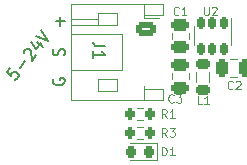
<source format=gbr>
%TF.GenerationSoftware,KiCad,Pcbnew,(6.0.0-0)*%
%TF.CreationDate,2022-11-26T20:19:59-08:00*%
%TF.ProjectId,Tap_Photosensor_PCB,5461705f-5068-46f7-946f-73656e736f72,rev?*%
%TF.SameCoordinates,Original*%
%TF.FileFunction,Legend,Top*%
%TF.FilePolarity,Positive*%
%FSLAX46Y46*%
G04 Gerber Fmt 4.6, Leading zero omitted, Abs format (unit mm)*
G04 Created by KiCad (PCBNEW (6.0.0-0)) date 2022-11-26 20:19:59*
%MOMM*%
%LPD*%
G01*
G04 APERTURE LIST*
G04 Aperture macros list*
%AMRoundRect*
0 Rectangle with rounded corners*
0 $1 Rounding radius*
0 $2 $3 $4 $5 $6 $7 $8 $9 X,Y pos of 4 corners*
0 Add a 4 corners polygon primitive as box body*
4,1,4,$2,$3,$4,$5,$6,$7,$8,$9,$2,$3,0*
0 Add four circle primitives for the rounded corners*
1,1,$1+$1,$2,$3*
1,1,$1+$1,$4,$5*
1,1,$1+$1,$6,$7*
1,1,$1+$1,$8,$9*
0 Add four rect primitives between the rounded corners*
20,1,$1+$1,$2,$3,$4,$5,0*
20,1,$1+$1,$4,$5,$6,$7,0*
20,1,$1+$1,$6,$7,$8,$9,0*
20,1,$1+$1,$8,$9,$2,$3,0*%
G04 Aperture macros list end*
%ADD10C,0.150000*%
%ADD11C,0.100000*%
%ADD12C,0.120000*%
%ADD13RoundRect,0.250000X-0.625000X0.350000X-0.625000X-0.350000X0.625000X-0.350000X0.625000X0.350000X0*%
%ADD14O,1.750000X1.200000*%
%ADD15RoundRect,0.200000X0.200000X0.275000X-0.200000X0.275000X-0.200000X-0.275000X0.200000X-0.275000X0*%
%ADD16RoundRect,0.250000X-0.250000X-0.475000X0.250000X-0.475000X0.250000X0.475000X-0.250000X0.475000X0*%
%ADD17RoundRect,0.250000X0.475000X-0.250000X0.475000X0.250000X-0.475000X0.250000X-0.475000X-0.250000X0*%
%ADD18C,3.200000*%
%ADD19RoundRect,0.175000X-0.175000X0.325000X-0.175000X-0.325000X0.175000X-0.325000X0.175000X0.325000X0*%
%ADD20RoundRect,0.250000X-0.475000X0.250000X-0.475000X-0.250000X0.475000X-0.250000X0.475000X0.250000X0*%
%ADD21RoundRect,0.218750X0.218750X0.256250X-0.218750X0.256250X-0.218750X-0.256250X0.218750X-0.256250X0*%
%ADD22RoundRect,0.218750X-0.381250X0.218750X-0.381250X-0.218750X0.381250X-0.218750X0.381250X0.218750X0*%
%ADD23R,1.310000X1.310000*%
%ADD24C,1.310000*%
G04 APERTURE END LIST*
D10*
X105075000Y-61132142D02*
X105027380Y-61227380D01*
X105027380Y-61370238D01*
X105075000Y-61513095D01*
X105170238Y-61608333D01*
X105265476Y-61655952D01*
X105455952Y-61703571D01*
X105598809Y-61703571D01*
X105789285Y-61655952D01*
X105884523Y-61608333D01*
X105979761Y-61513095D01*
X106027380Y-61370238D01*
X106027380Y-61275000D01*
X105979761Y-61132142D01*
X105932142Y-61084523D01*
X105598809Y-61084523D01*
X105598809Y-61275000D01*
X105979761Y-59179761D02*
X106027380Y-59036904D01*
X106027380Y-58798809D01*
X105979761Y-58703571D01*
X105932142Y-58655952D01*
X105836904Y-58608333D01*
X105741666Y-58608333D01*
X105646428Y-58655952D01*
X105598809Y-58703571D01*
X105551190Y-58798809D01*
X105503571Y-58989285D01*
X105455952Y-59084523D01*
X105408333Y-59132142D01*
X105313095Y-59179761D01*
X105217857Y-59179761D01*
X105122619Y-59132142D01*
X105075000Y-59084523D01*
X105027380Y-58989285D01*
X105027380Y-58751190D01*
X105075000Y-58608333D01*
X105646428Y-56655952D02*
X105646428Y-55894047D01*
X106027380Y-56275000D02*
X105265476Y-56275000D01*
X101435273Y-60241581D02*
X101133663Y-60610076D01*
X101471997Y-60948536D01*
X101465309Y-60881525D01*
X101488781Y-60777665D01*
X101639586Y-60593417D01*
X101736758Y-60549879D01*
X101803768Y-60543191D01*
X101907628Y-60566663D01*
X102091876Y-60717468D01*
X102135414Y-60814640D01*
X102142103Y-60881650D01*
X102118630Y-60985510D01*
X101967825Y-61169758D01*
X101870654Y-61213296D01*
X101803643Y-61219985D01*
X102215927Y-60265178D02*
X102698503Y-59675586D01*
X102564607Y-59012169D02*
X102557918Y-58945159D01*
X102581391Y-58841299D01*
X102732196Y-58657051D01*
X102829367Y-58613513D01*
X102896378Y-58606824D01*
X103000238Y-58630297D01*
X103073937Y-58690619D01*
X103154325Y-58817951D01*
X103234587Y-59622078D01*
X103626680Y-59143034D01*
X103653684Y-58057488D02*
X104169578Y-58479742D01*
X103208083Y-58000448D02*
X103610021Y-58637110D01*
X104002114Y-58158066D01*
X103637026Y-57551565D02*
X104621993Y-57926999D01*
X104059280Y-57035671D01*
%TO.C,J1*%
X109472619Y-58391666D02*
X108758333Y-58391666D01*
X108615476Y-58344047D01*
X108520238Y-58248809D01*
X108472619Y-58105952D01*
X108472619Y-58010714D01*
X108472619Y-59391666D02*
X108472619Y-58820238D01*
X108472619Y-59105952D02*
X109472619Y-59105952D01*
X109329761Y-59010714D01*
X109234523Y-58915476D01*
X109186904Y-58820238D01*
D11*
%TO.C,R1*%
X114683333Y-64441666D02*
X114450000Y-64108333D01*
X114283333Y-64441666D02*
X114283333Y-63741666D01*
X114550000Y-63741666D01*
X114616666Y-63775000D01*
X114650000Y-63808333D01*
X114683333Y-63875000D01*
X114683333Y-63975000D01*
X114650000Y-64041666D01*
X114616666Y-64075000D01*
X114550000Y-64108333D01*
X114283333Y-64108333D01*
X115350000Y-64441666D02*
X114950000Y-64441666D01*
X115150000Y-64441666D02*
X115150000Y-63741666D01*
X115083333Y-63841666D01*
X115016666Y-63908333D01*
X114950000Y-63941666D01*
%TO.C,C2*%
X120258333Y-61975000D02*
X120225000Y-62008333D01*
X120125000Y-62041666D01*
X120058333Y-62041666D01*
X119958333Y-62008333D01*
X119891666Y-61941666D01*
X119858333Y-61875000D01*
X119825000Y-61741666D01*
X119825000Y-61641666D01*
X119858333Y-61508333D01*
X119891666Y-61441666D01*
X119958333Y-61375000D01*
X120058333Y-61341666D01*
X120125000Y-61341666D01*
X120225000Y-61375000D01*
X120258333Y-61408333D01*
X120525000Y-61408333D02*
X120558333Y-61375000D01*
X120625000Y-61341666D01*
X120791666Y-61341666D01*
X120858333Y-61375000D01*
X120891666Y-61408333D01*
X120925000Y-61475000D01*
X120925000Y-61541666D01*
X120891666Y-61641666D01*
X120491666Y-62041666D01*
X120925000Y-62041666D01*
%TO.C,C3*%
X115258333Y-63100000D02*
X115225000Y-63133333D01*
X115125000Y-63166666D01*
X115058333Y-63166666D01*
X114958333Y-63133333D01*
X114891666Y-63066666D01*
X114858333Y-63000000D01*
X114825000Y-62866666D01*
X114825000Y-62766666D01*
X114858333Y-62633333D01*
X114891666Y-62566666D01*
X114958333Y-62500000D01*
X115058333Y-62466666D01*
X115125000Y-62466666D01*
X115225000Y-62500000D01*
X115258333Y-62533333D01*
X115491666Y-62466666D02*
X115925000Y-62466666D01*
X115691666Y-62733333D01*
X115791666Y-62733333D01*
X115858333Y-62766666D01*
X115891666Y-62800000D01*
X115925000Y-62866666D01*
X115925000Y-63033333D01*
X115891666Y-63100000D01*
X115858333Y-63133333D01*
X115791666Y-63166666D01*
X115591666Y-63166666D01*
X115525000Y-63133333D01*
X115491666Y-63100000D01*
%TO.C,U2*%
X117816666Y-55066666D02*
X117816666Y-55633333D01*
X117850000Y-55700000D01*
X117883333Y-55733333D01*
X117950000Y-55766666D01*
X118083333Y-55766666D01*
X118150000Y-55733333D01*
X118183333Y-55700000D01*
X118216666Y-55633333D01*
X118216666Y-55066666D01*
X118516666Y-55133333D02*
X118550000Y-55100000D01*
X118616666Y-55066666D01*
X118783333Y-55066666D01*
X118850000Y-55100000D01*
X118883333Y-55133333D01*
X118916666Y-55200000D01*
X118916666Y-55266666D01*
X118883333Y-55366666D01*
X118483333Y-55766666D01*
X118916666Y-55766666D01*
%TO.C,C1*%
X115683333Y-55700000D02*
X115650000Y-55733333D01*
X115550000Y-55766666D01*
X115483333Y-55766666D01*
X115383333Y-55733333D01*
X115316666Y-55666666D01*
X115283333Y-55600000D01*
X115250000Y-55466666D01*
X115250000Y-55366666D01*
X115283333Y-55233333D01*
X115316666Y-55166666D01*
X115383333Y-55100000D01*
X115483333Y-55066666D01*
X115550000Y-55066666D01*
X115650000Y-55100000D01*
X115683333Y-55133333D01*
X116350000Y-55766666D02*
X115950000Y-55766666D01*
X116150000Y-55766666D02*
X116150000Y-55066666D01*
X116083333Y-55166666D01*
X116016666Y-55233333D01*
X115950000Y-55266666D01*
%TO.C,D1*%
X114283333Y-67641666D02*
X114283333Y-66941666D01*
X114450000Y-66941666D01*
X114550000Y-66975000D01*
X114616666Y-67041666D01*
X114650000Y-67108333D01*
X114683333Y-67241666D01*
X114683333Y-67341666D01*
X114650000Y-67475000D01*
X114616666Y-67541666D01*
X114550000Y-67608333D01*
X114450000Y-67641666D01*
X114283333Y-67641666D01*
X115350000Y-67641666D02*
X114950000Y-67641666D01*
X115150000Y-67641666D02*
X115150000Y-66941666D01*
X115083333Y-67041666D01*
X115016666Y-67108333D01*
X114950000Y-67141666D01*
%TO.C,R3*%
X114683333Y-66041666D02*
X114450000Y-65708333D01*
X114283333Y-66041666D02*
X114283333Y-65341666D01*
X114550000Y-65341666D01*
X114616666Y-65375000D01*
X114650000Y-65408333D01*
X114683333Y-65475000D01*
X114683333Y-65575000D01*
X114650000Y-65641666D01*
X114616666Y-65675000D01*
X114550000Y-65708333D01*
X114283333Y-65708333D01*
X114916666Y-65341666D02*
X115350000Y-65341666D01*
X115116666Y-65608333D01*
X115216666Y-65608333D01*
X115283333Y-65641666D01*
X115316666Y-65675000D01*
X115350000Y-65741666D01*
X115350000Y-65908333D01*
X115316666Y-65975000D01*
X115283333Y-66008333D01*
X115216666Y-66041666D01*
X115016666Y-66041666D01*
X114950000Y-66008333D01*
X114916666Y-65975000D01*
%TO.C,L1*%
X117658333Y-63291666D02*
X117325000Y-63291666D01*
X117325000Y-62591666D01*
X118258333Y-63291666D02*
X117858333Y-63291666D01*
X118058333Y-63291666D02*
X118058333Y-62591666D01*
X117991666Y-62691666D01*
X117925000Y-62758333D01*
X117858333Y-62791666D01*
D12*
%TO.C,J1*%
X108825000Y-61200000D02*
X110425000Y-61200000D01*
X112785000Y-62040000D02*
X112785000Y-61760000D01*
X110925000Y-57400000D02*
X110925000Y-60400000D01*
X112785000Y-54840000D02*
X112785000Y-55760000D01*
X108825000Y-56100000D02*
X106565000Y-56100000D01*
X110425000Y-62200000D02*
X108825000Y-62200000D01*
X114385000Y-54840000D02*
X106565000Y-54840000D01*
X106565000Y-57400000D02*
X110925000Y-57400000D01*
X114385000Y-55760000D02*
X114385000Y-54840000D01*
X112785000Y-56040000D02*
X112785000Y-55760000D01*
X112785000Y-56040000D02*
X114000000Y-56040000D01*
X110925000Y-60400000D02*
X106565000Y-60400000D01*
X110425000Y-56600000D02*
X110425000Y-55600000D01*
X106565000Y-54840000D02*
X106565000Y-62960000D01*
X114385000Y-62040000D02*
X112785000Y-62040000D01*
X112785000Y-55760000D02*
X114385000Y-55760000D01*
X108825000Y-62200000D02*
X108825000Y-61200000D01*
X114385000Y-62960000D02*
X114385000Y-62040000D01*
X110425000Y-61200000D02*
X110425000Y-62200000D01*
X106565000Y-62960000D02*
X114385000Y-62960000D01*
X112785000Y-62960000D02*
X112785000Y-62040000D01*
X108825000Y-55600000D02*
X108825000Y-56600000D01*
X108825000Y-56600000D02*
X106565000Y-56600000D01*
X110425000Y-55600000D02*
X108825000Y-55600000D01*
X108825000Y-56600000D02*
X110425000Y-56600000D01*
%TO.C,R1*%
X112637258Y-63602500D02*
X112162742Y-63602500D01*
X112637258Y-64647500D02*
X112162742Y-64647500D01*
%TO.C,C2*%
X120063748Y-59515000D02*
X120586252Y-59515000D01*
X120063748Y-60985000D02*
X120586252Y-60985000D01*
%TO.C,C3*%
X116560000Y-61211252D02*
X116560000Y-60688748D01*
X115090000Y-61211252D02*
X115090000Y-60688748D01*
%TO.C,U2*%
X120110000Y-57525000D02*
X120110000Y-58325000D01*
X116990000Y-57525000D02*
X116990000Y-56725000D01*
X120110000Y-57525000D02*
X120110000Y-56025000D01*
X116990000Y-57525000D02*
X116990000Y-58325000D01*
%TO.C,C1*%
X116560000Y-57263748D02*
X116560000Y-57786252D01*
X115090000Y-57263748D02*
X115090000Y-57786252D01*
%TO.C,D1*%
X113885000Y-66590000D02*
X111600000Y-66590000D01*
X113885000Y-68060000D02*
X113885000Y-66590000D01*
X111600000Y-68060000D02*
X113885000Y-68060000D01*
%TO.C,R3*%
X112637258Y-66247500D02*
X112162742Y-66247500D01*
X112637258Y-65202500D02*
X112162742Y-65202500D01*
%TO.C,L1*%
X118285000Y-60600378D02*
X118285000Y-61399622D01*
X117165000Y-60600378D02*
X117165000Y-61399622D01*
%TD*%
%LPC*%
D13*
%TO.C,J1*%
X112925000Y-56900000D03*
D14*
X112925000Y-58900000D03*
X112925000Y-60900000D03*
%TD*%
D15*
%TO.C,R1*%
X113225000Y-64125000D03*
X111575000Y-64125000D03*
%TD*%
D16*
%TO.C,C2*%
X119375000Y-60250000D03*
X121275000Y-60250000D03*
%TD*%
D17*
%TO.C,C3*%
X115825000Y-61900000D03*
X115825000Y-60000000D03*
%TD*%
D18*
%TO.C,REF\u002A\u002A*%
X102870000Y-65500000D03*
%TD*%
D19*
%TO.C,U2*%
X119500000Y-56425000D03*
X118550000Y-56425000D03*
X117600000Y-56425000D03*
X117600000Y-58625000D03*
X118550000Y-58625000D03*
X119500000Y-58625000D03*
%TD*%
D20*
%TO.C,C1*%
X115825000Y-56575000D03*
X115825000Y-58475000D03*
%TD*%
D21*
%TO.C,D1*%
X113187500Y-67325000D03*
X111612500Y-67325000D03*
%TD*%
D15*
%TO.C,R3*%
X113225000Y-65725000D03*
X111575000Y-65725000D03*
%TD*%
D18*
%TO.C,REF\u002A\u002A*%
X121930000Y-65500000D03*
%TD*%
D22*
%TO.C,L1*%
X117725000Y-59937500D03*
X117725000Y-62062500D03*
%TD*%
D23*
%TO.C,U1*%
X108335000Y-66770000D03*
D24*
X108335000Y-64230000D03*
X116465000Y-63595000D03*
X116465000Y-65500000D03*
X116465000Y-67405000D03*
%TD*%
M02*

</source>
